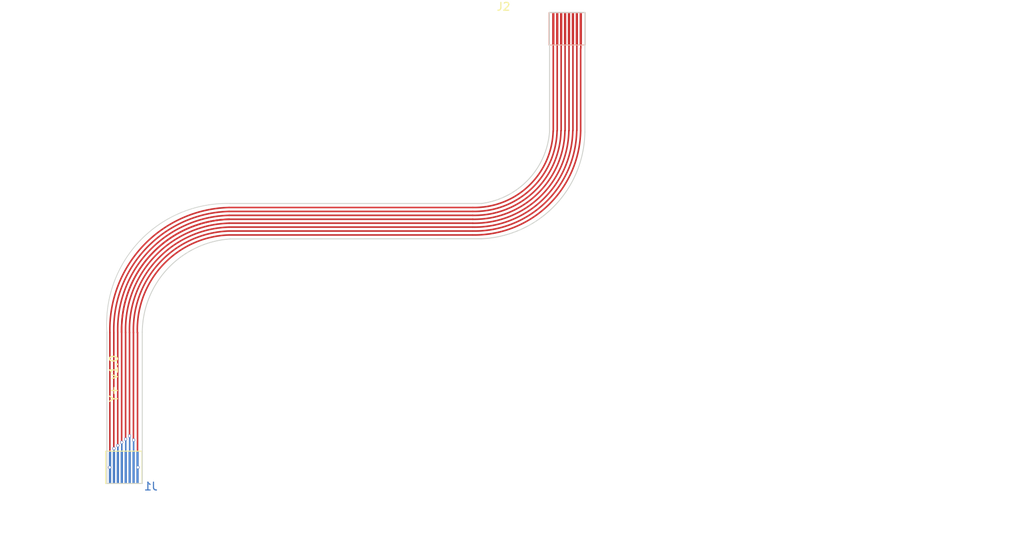
<source format=kicad_pcb>
(kicad_pcb (version 20221018) (generator pcbnew)
  (layers (0 "F.Cu" signal) (31 "B.Cu" signal) (34 "B.Paste" user) (35 "F.Paste" user) (36 "B.SilkS" user "B.Silkscreen") (37 "F.SilkS" user "F.Silkscreen") (38 "B.Mask" user) (39 "F.Mask" user) (44 "Edge.Cuts" user))
  (net 0 "")
  (net 1 "8")
  (net 2 "7")
  (net 3 "6")
  (net 4 "5")
  (net 5 "4")
  (net 6 "3")
  (net 7 "2")
  (net 8 "1")
  (footprint "STS_connector:flexpcb con." (layer "F.Cu") (at 166.7388 56.62)
    (fp_text reference "J2" (at -5.837 -4.822 unlocked) (layer "F.SilkS"))
    (fp_text value "Conn_01x08_Male")
    (fp_rect (start -0.06 0.06) (end 4.56 -4.06) (stroke (width 0.12)) (fill none) (layer "B.SilkS"))
    (pad "1" smd rect (at 0.5 -2) (size 0.3 4) (layers "F.Cu" "F.Paste" "F.Mask") (net 8 "1"))
    (pad "2" smd rect (at 1 -2) (size 0.3 4) (layers "F.Cu" "F.Paste" "F.Mask") (net 7 "2"))
    (pad "3" smd rect (at 1.5 -2) (size 0.3 4) (layers "F.Cu" "F.Paste" "F.Mask") (net 6 "3"))
    (pad "4" smd rect (at 2 -2) (size 0.3 4) (layers "F.Cu" "F.Paste" "F.Mask") (net 5 "4"))
    (pad "5" smd rect (at 2.5 -2) (size 0.3 4) (layers "F.Cu" "F.Paste" "F.Mask") (net 4 "5"))
    (pad "6" smd rect (at 3 -2) (size 0.3 4) (layers "F.Cu" "F.Paste" "F.Mask") (net 3 "6"))
    (pad "7" smd rect (at 3.5 -2) (size 0.3 4) (layers "F.Cu" "F.Paste" "F.Mask") (net 2 "7"))
    (pad "8" smd rect (at 4 -2) (size 0.3 4) (layers "F.Cu" "F.Paste" "F.Mask") (net 1 "8"))
  )
  (footprint "STS_solder:cutout flexpcb" (layer "F.Cu") (at 110.4376 112.522)
    (fp_text reference "REF**" hide)
    (fp_text value "cutout flexpcb")
    (fp_line (start 0 0) (end 0 -19.26) (stroke (width 0.12)) (layer "Edge.Cuts"))
    (fp_line (start 0 0) (end 4.5 0) (stroke (width 0.12)) (layer "Edge.Cuts"))
    (fp_line (start 4.5 0) (end 4.5 -19.26) (stroke (width 0.12)) (layer "Edge.Cuts"))
    (fp_line (start 56.32 -44.75) (end 56.32 -60) (stroke (width 0.12)) (layer "Edge.Cuts"))
    (fp_line (start 60.82 -60) (end 56.32 -60) (stroke (width 0.12)) (layer "Edge.Cuts"))
    (fp_line (start 60.82 -60) (end 60.82 -44.75) (stroke (width 0.12)) (layer "Edge.Cuts"))
  )
  (footprint "STS_connector:flexpcb con." (layer "B.Cu") (at 114.834 112.4758 180)
    (fp_text reference "J1" (at -1.1966 -0.4246 unlocked) (layer "B.Cu") (effects (justify mirror)))
    (fp_text value "Conn_01x08_Male")
    (fp_rect (start -0.06 -0.06) (end 4.56 4.06) (stroke (width 0.12)) (fill none) (layer "F.SilkS"))
    (pad "1" smd rect (at 0.5 2 180) (size 0.3 4) (layers "B.Cu" "B.Paste" "B.Mask") (net 1 "8"))
    (pad "2" smd rect (at 1 2 180) (size 0.3 4) (layers "B.Cu" "B.Paste" "B.Mask") (net 2 "7"))
    (pad "3" smd rect (at 1.5 2 180) (size 0.3 4) (layers "B.Cu" "B.Paste" "B.Mask") (net 3 "6"))
    (pad "4" smd rect (at 2 2 180) (size 0.3 4) (layers "B.Cu" "B.Paste" "B.Mask") (net 4 "5"))
    (pad "5" smd rect (at 2.5 2 180) (size 0.3 4) (layers "B.Cu" "B.Paste" "B.Mask") (net 5 "4"))
    (pad "6" smd rect (at 3 2 180) (size 0.3 4) (layers "B.Cu" "B.Paste" "B.Mask") (net 6 "3"))
    (pad "7" smd rect (at 3.5 2 180) (size 0.3 4) (layers "B.Cu" "B.Paste" "B.Mask") (net 7 "2"))
    (pad "8" smd rect (at 4 2 180) (size 0.3 4) (layers "B.Cu" "B.Paste" "B.Mask") (net 8 "1"))
  )
  (gr_line (start 126.1 81.386) (end 158.1 81.36) (stroke (width 0.12)) (layer "Edge.Cuts"))
  (gr_arc (start 171.2576 67.772) (mid 167.381696 77.183282) (end 158.1 81.36) (stroke (width 0.12)) (layer "Edge.Cuts"))
  (gr_line (start 126.1 76.866) (end 158.1 76.866) (stroke (width 0.12)) (layer "Edge.Cuts"))
  (gr_arc (start 166.7576 67.772) (mid 164.038106 73.85108) (end 158.1 76.866) (stroke (width 0.12)) (layer "Edge.Cuts"))
  (gr_arc (start 114.9376 93.262) (mid 118.194118 85.139003) (end 126.1 81.386) (stroke (width 0.12)) (layer "Edge.Cuts"))
  (gr_arc (start 110.4376 93.262) (mid 114.64824 81.605434) (end 126.1 76.866) (stroke (width 0.1)) (layer "Edge.Cuts"))
  (gr_text "Y+ v1.0" (at 111.887 102.2604 90) (layer "F.SilkS") (effects (font (size 1 1)) (justify left bottom)))
  (segment (start 114.384002 110.4758) (end 114.334 110.425798) (width 0.2) (layer "F.Cu") (net 1))
  (segment (start 114.334 110.425798) (end 114.334 93.319) (width 0.2) (layer "F.Cu") (net 1))
  (segment (start 126 80.876) (end 156.99 80.876) (width 0.2) (layer "F.Cu") (net 1))
  (segment (start 170.72 57.0992) (end 170.7388 57.0804) (width 0.2) (layer "F.Cu") (net 1))
  (segment (start 170.72 67.6) (end 170.72 57.0992) (width 0.2) (layer "F.Cu") (net 1))
  (segment (start 170.7388 57.0804) (end 170.7388 54.61) (width 0.2) (layer "F.Cu") (net 1))
  (segment (start 114.334 93.319) (end 114.315 93.3) (width 0.2) (layer "F.Cu") (net 1))
  (via (at 114.384002 110.4758) (size 0.4) (drill 0.3) (layers "F.Cu" "B.Cu") (net 1))
  (arc (start 156.99 80.876) (mid 166.60455 77.081577) (end 170.72 67.6) (width 0.2) (layer "F.Cu") (net 1))
  (arc (start 114.315 93.3) (mid 117.584405 84.667957) (end 126 80.876) (width 0.2) (layer "F.Cu") (net 1))
  (segment (start 113.815 93.3) (end 113.815 106.977812) (width 0.2) (layer "F.Cu") (net 2))
  (segment (start 113.815 106.977812) (end 113.834 106.996812) (width 0.2) (layer "F.Cu") (net 2))
  (segment (start 170.22 67.6) (end 170.2388 67.5812) (width 0.2) (layer "F.Cu") (net 2))
  (segment (start 156 80.376) (end 126 80.375) (width 0.2) (layer "F.Cu") (net 2))
  (segment (start 170.2388 67.5812) (end 170.2388 54.61) (width 0.2) (layer "F.Cu") (net 2))
  (segment (start 156 80.376) (end 156.99 80.376) (width 0.2) (layer "F.Cu") (net 2))
  (via (at 113.834 106.996812) (size 0.4) (drill 0.3) (layers "F.Cu" "B.Cu") (net 2))
  (arc (start 113.815 93.3) (mid 117.230852 84.314404) (end 126 80.376) (width 0.2) (layer "F.Cu") (net 2))
  (arc (start 170.22 67.6) (mid 166.250997 76.728023) (end 156.99 80.376) (width 0.2) (layer "F.Cu") (net 2))
  (segment (start 113.834 106.996812) (end 113.834 110.4758) (width 0.2) (layer "B.Cu") (net 2))
  (segment (start 169.7388 67.5812) (end 169.7388 54.61) (width 0.2) (layer "F.Cu") (net 3))
  (segment (start 169.72 67.6) (end 169.7388 67.5812) (width 0.2) (layer "F.Cu") (net 3))
  (segment (start 126 79.876) (end 156.99 79.876) (width 0.2) (layer "F.Cu") (net 3))
  (segment (start 113.315 106.470042) (end 113.315 93.3) (width 0.2) (layer "F.Cu") (net 3))
  (via (at 113.315 106.470042) (size 0.4) (drill 0.3) (layers "F.Cu" "B.Cu") (net 3))
  (arc (start 113.315 93.3) (mid 116.877299 83.96085) (end 126 79.876) (width 0.2) (layer "F.Cu") (net 3))
  (arc (start 156.99 79.876) (mid 165.897443 76.374469) (end 169.72 67.6) (width 0.2) (layer "F.Cu") (net 3))
  (segment (start 113.315 106.470042) (end 113.334 106.489042) (width 0.2) (layer "B.Cu") (net 3))
  (segment (start 113.334 106.489042) (end 113.334 110.4758) (width 0.2) (layer "B.Cu") (net 3))
  (segment (start 169.22 67.6) (end 169.2388 67.5812) (width 0.2) (layer "F.Cu") (net 4))
  (segment (start 169.2388 67.5812) (end 169.2388 54.61) (width 0.2) (layer "F.Cu") (net 4))
  (segment (start 112.813084 106.886775) (end 112.815 106.884859) (width 0.2) (layer "F.Cu") (net 4))
  (segment (start 112.815 106.884859) (end 112.815 93.3) (width 0.2) (layer "F.Cu") (net 4))
  (segment (start 126 79.376) (end 156.99 79.376) (width 0.2) (layer "F.Cu") (net 4))
  (via (at 112.813084 106.886775) (size 0.4) (drill 0.3) (layers "F.Cu" "B.Cu") (net 4))
  (arc (start 112.815 93.3) (mid 116.523745 83.607297) (end 126 79.376) (width 0.2) (layer "F.Cu") (net 4))
  (arc (start 156.99 79.376) (mid 165.54389 76.020917) (end 169.22 67.6) (width 0.2) (layer "F.Cu") (net 4))
  (segment (start 112.813084 106.886775) (end 112.834 106.907691) (width 0.2) (layer "B.Cu") (net 4))
  (segment (start 112.834 106.907691) (end 112.834 110.4758) (width 0.2) (layer "B.Cu") (net 4))
  (segment (start 126 78.876) (end 156.99 78.876) (width 0.2) (layer "F.Cu") (net 5))
  (segment (start 112.313084 107.287084) (end 112.315 107.289) (width 0.2) (layer "F.Cu") (net 5))
  (segment (start 112.313084 93.218) (end 112.313084 107.287084) (width 0.2) (layer "F.Cu") (net 5))
  (segment (start 168.7388 67.5812) (end 168.7388 54.61) (width 0.2) (layer "F.Cu") (net 5))
  (segment (start 168.72 67.6) (end 168.7388 67.5812) (width 0.2) (layer "F.Cu") (net 5))
  (via (at 112.315 107.289) (size 0.4) (drill 0.3) (layers "F.Cu" "B.Cu") (net 5))
  (arc (start 112.315 93.3) (mid 116.170192 83.253744) (end 126 78.876) (width 0.2) (layer "F.Cu") (net 5))
  (arc (start 112.315 93.3) (mid 116.170192 83.253744) (end 126 78.876) (width 0.2) (layer "F.Cu") (net 5))
  (arc (start 156.99 78.876) (mid 165.190336 75.667363) (end 168.72 67.6) (width 0.2) (layer "F.Cu") (net 5))
  (segment (start 112.334 107.308) (end 112.334 110.4758) (width 0.2) (layer "B.Cu") (net 5))
  (segment (start 112.315 107.289) (end 112.334 107.308) (width 0.2) (layer "B.Cu") (net 5))
  (segment (start 126 78.376) (end 156.99 78.376) (width 0.2) (layer "F.Cu") (net 6))
  (segment (start 111.815 107.695574) (end 111.815 93.3) (width 0.2) (layer "F.Cu") (net 6))
  (segment (start 168.2388 67.5812) (end 168.2388 54.61) (width 0.2) (layer "F.Cu") (net 6))
  (segment (start 168.22 67.6) (end 168.2388 67.5812) (width 0.2) (layer "F.Cu") (net 6))
  (via (at 111.815 107.695574) (size 0.4) (drill 0.3) (layers "F.Cu" "B.Cu") (net 6))
  (arc (start 111.815 93.3) (mid 115.816638 82.90019) (end 126 78.376) (width 0.2) (layer "F.Cu") (net 6))
  (arc (start 156.99 78.376) (mid 164.836783 75.313809) (end 168.22 67.6) (width 0.2) (layer "F.Cu") (net 6))
  (segment (start 111.834 107.714574) (end 111.834 110.4758) (width 0.2) (layer "B.Cu") (net 6))
  (segment (start 111.815 107.695574) (end 111.834 107.714574) (width 0.2) (layer "B.Cu") (net 6))
  (segment (start 167.7388 67.5812) (end 167.7388 54.61) (width 0.2) (layer "F.Cu") (net 7))
  (segment (start 167.72 67.6) (end 167.7388 67.5812) (width 0.2) (layer "F.Cu") (net 7))
  (segment (start 111.315 108.0638) (end 111.315 93.3) (width 0.2) (layer "F.Cu") (net 7))
  (segment (start 126 77.876) (end 156.99 77.876) (width 0.2) (layer "F.Cu") (net 7))
  (segment (start 111.3282 108.077) (end 111.315 108.0638) (width 0.2) (layer "F.Cu") (net 7))
  (via (at 111.3282 108.077) (size 0.4) (drill 0.3) (layers "F.Cu" "B.Cu") (net 7))
  (arc (start 111.315 93.3) (mid 115.463085 82.546637) (end 126 77.876) (width 0.2) (layer "F.Cu") (net 7))
  (arc (start 156.99 77.876) (mid 164.483229 74.960256) (end 167.72 67.6) (width 0.2) (layer "F.Cu") (net 7))
  (segment (start 111.3282 108.077) (end 111.334 108.0828) (width 0.2) (layer "B.Cu") (net 7))
  (segment (start 111.334 108.0828) (end 111.334 110.4758) (width 0.2) (layer "B.Cu") (net 7))
  (segment (start 126 77.376) (end 157 77.376) (width 0.2) (layer "F.Cu") (net 8))
  (segment (start 110.815 110.444798) (end 110.815 93.3) (width 0.2) (layer "F.Cu") (net 8))
  (segment (start 110.783998 110.4758) (end 110.815 110.444798) (width 0.2) (layer "F.Cu") (net 8))
  (segment (start 167.2388 67.66972) (end 167.2388 54.61) (width 0.2) (layer "F.Cu") (net 8))
  (via (at 110.783998 110.4758) (size 0.4) (drill 0.3) (layers "F.Cu" "B.Cu") (net 8))
  (arc (start 110.815 93.3) (mid 115.109532 82.193084) (end 126 77.376) (width 0.2) (layer "F.Cu") (net 8))
  (arc (start 156.99 77.376) (mid 164.129676 74.606702) (end 167.22 67.6) (width 0.2) (layer "F.Cu") (net 8))
)
</source>
